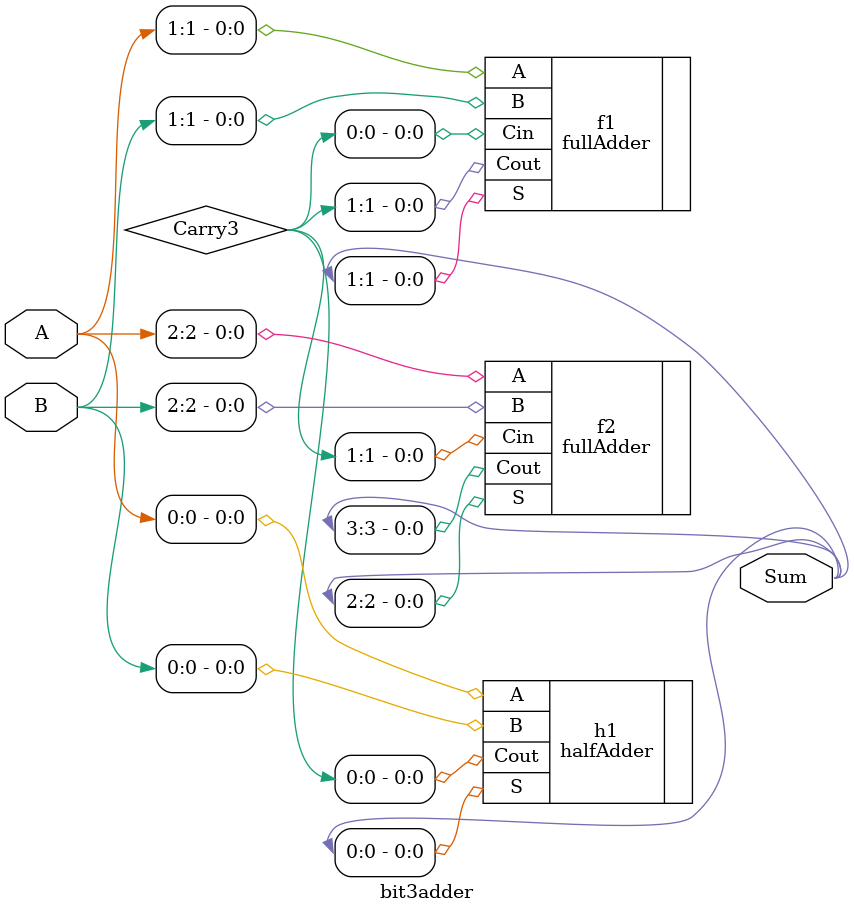
<source format=v>
module bit3adder(
   input [2:0] A,
   input [2:0] B,
   output [3:0] Sum
);

wire [2:0] Carry3;

halfAdder h1(.A(A[0]), .B(B[0]), .S(Sum[0]), .Cout(Carry3[0]));
fullAdder f1(.A(A[1]), .B(B[1]), .Cin(Carry3[0]), .S(Sum[1]), .Cout(Carry3[1]));
fullAdder f2(.A(A[2]), .B(B[2]), .Cin(Carry3[1]), .S(Sum[2]), .Cout(Sum[3]));



endmodule

</source>
